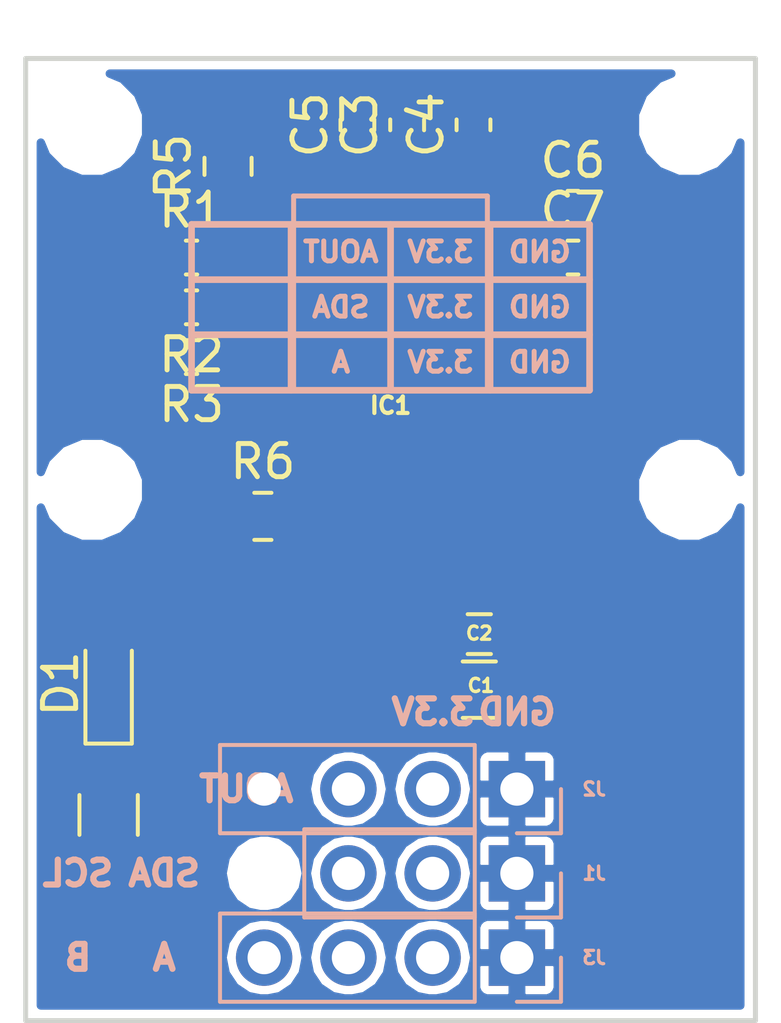
<source format=kicad_pcb>
(kicad_pcb (version 20171130) (host pcbnew 5.0.0-fee4fd1~66~ubuntu16.04.1)

  (general
    (thickness 1.6)
    (drawings 29)
    (tracks 86)
    (zones 0)
    (modules 22)
    (nets 32)
  )

  (page A4)
  (layers
    (0 F.Cu signal)
    (31 B.Cu signal)
    (32 B.Adhes user)
    (33 F.Adhes user)
    (34 B.Paste user)
    (35 F.Paste user)
    (36 B.SilkS user)
    (37 F.SilkS user)
    (38 B.Mask user)
    (39 F.Mask user)
    (40 Dwgs.User user)
    (41 Cmts.User user)
    (42 Eco1.User user)
    (43 Eco2.User user)
    (44 Edge.Cuts user)
    (45 Margin user)
    (46 B.CrtYd user hide)
    (47 F.CrtYd user hide)
    (48 B.Fab user hide)
    (49 F.Fab user hide)
  )

  (setup
    (last_trace_width 0.127)
    (trace_clearance 0.127)
    (zone_clearance 0.254)
    (zone_45_only no)
    (trace_min 0.127)
    (segment_width 0.2)
    (edge_width 0.15)
    (via_size 0.5)
    (via_drill 0.4)
    (via_min_size 0.381)
    (via_min_drill 0.2032)
    (uvia_size 0.3)
    (uvia_drill 0.1)
    (uvias_allowed no)
    (uvia_min_size 0.0254)
    (uvia_min_drill 0.0254)
    (pcb_text_width 0.3)
    (pcb_text_size 1.5 1.5)
    (mod_edge_width 0.15)
    (mod_text_size 1 1)
    (mod_text_width 0.15)
    (pad_size 1.524 1.524)
    (pad_drill 0.762)
    (pad_to_mask_clearance 0.127)
    (solder_mask_min_width 0.127)
    (aux_axis_origin 0 0)
    (visible_elements 7FFFFFFF)
    (pcbplotparams
      (layerselection 0x010fc_80000001)
      (usegerberextensions false)
      (usegerberattributes false)
      (usegerberadvancedattributes false)
      (creategerberjobfile false)
      (excludeedgelayer true)
      (linewidth 0.100000)
      (plotframeref false)
      (viasonmask false)
      (mode 1)
      (useauxorigin false)
      (hpglpennumber 1)
      (hpglpenspeed 20)
      (hpglpendiameter 15.000000)
      (psnegative false)
      (psa4output false)
      (plotreference true)
      (plotvalue true)
      (plotinvisibletext false)
      (padsonsilk false)
      (subtractmaskfromsilk false)
      (outputformat 1)
      (mirror false)
      (drillshape 0)
      (scaleselection 1)
      (outputdirectory "GERBER/"))
  )

  (net 0 "")
  (net 1 GND)
  (net 2 AOUT)
  (net 3 "Net-(IC1-Pad4)")
  (net 4 SDA)
  (net 5 SCL)
  (net 6 B)
  (net 7 A)
  (net 8 "Net-(D1-Pad2)")
  (net 9 "Net-(IC1-Pad31)")
  (net 10 "Net-(IC1-Pad22)")
  (net 11 "Net-(IC1-Pad21)")
  (net 12 "Net-(IC1-Pad20)")
  (net 13 "Net-(IC1-Pad19)")
  (net 14 "Net-(IC1-Pad18)")
  (net 15 "Net-(IC1-Pad14)")
  (net 16 "Net-(IC1-Pad13)")
  (net 17 "Net-(IC1-Pad12)")
  (net 18 "Net-(IC1-Pad11)")
  (net 19 "Net-(IC1-Pad10)")
  (net 20 "Net-(IC1-Pad9)")
  (net 21 "Net-(IC1-Pad6)")
  (net 22 "Net-(IC1-Pad5)")
  (net 23 "Net-(IC1-Pad2)")
  (net 24 "Net-(IC1-Pad1)")
  (net 25 "Net-(D1-Pad1)")
  (net 26 VCC)
  (net 27 "Net-(C5-Pad1)")
  (net 28 "Net-(C3-Pad1)")
  (net 29 "Net-(C4-Pad1)")
  (net 30 "Net-(C6-Pad1)")
  (net 31 "Net-(C7-Pad1)")

  (net_class Default "This is the default net class."
    (clearance 0.127)
    (trace_width 0.127)
    (via_dia 0.5)
    (via_drill 0.4)
    (uvia_dia 0.3)
    (uvia_drill 0.1)
    (add_net A)
    (add_net AOUT)
    (add_net B)
    (add_net GND)
    (add_net "Net-(C3-Pad1)")
    (add_net "Net-(C4-Pad1)")
    (add_net "Net-(C5-Pad1)")
    (add_net "Net-(C6-Pad1)")
    (add_net "Net-(C7-Pad1)")
    (add_net "Net-(D1-Pad1)")
    (add_net "Net-(D1-Pad2)")
    (add_net "Net-(IC1-Pad1)")
    (add_net "Net-(IC1-Pad10)")
    (add_net "Net-(IC1-Pad11)")
    (add_net "Net-(IC1-Pad12)")
    (add_net "Net-(IC1-Pad13)")
    (add_net "Net-(IC1-Pad14)")
    (add_net "Net-(IC1-Pad18)")
    (add_net "Net-(IC1-Pad19)")
    (add_net "Net-(IC1-Pad2)")
    (add_net "Net-(IC1-Pad20)")
    (add_net "Net-(IC1-Pad21)")
    (add_net "Net-(IC1-Pad22)")
    (add_net "Net-(IC1-Pad31)")
    (add_net "Net-(IC1-Pad4)")
    (add_net "Net-(IC1-Pad5)")
    (add_net "Net-(IC1-Pad6)")
    (add_net "Net-(IC1-Pad9)")
    (add_net SCL)
    (add_net SDA)
    (add_net VCC)
  )

  (module AM4096Q:AM4096Q (layer F.Cu) (tedit 5B61C7CC) (tstamp 5B214690)
    (at 11 7.06)
    (path /5B21400D)
    (fp_text reference IC1 (at 0 3.4) (layer F.SilkS)
      (effects (font (size 0.5 0.5) (thickness 0.125)))
    )
    (fp_text value AM4096Q (at -0.05 4.075) (layer F.Fab)
      (effects (font (size 0.5 0.5) (thickness 0.125)))
    )
    (fp_line (start -2.923004 -2.91577) (end -2.923004 2.92623) (layer B.SilkS) (width 0.15))
    (fp_line (start 2.918996 -2.91577) (end -2.923004 -2.91577) (layer B.SilkS) (width 0.15))
    (fp_line (start 2.918996 2.92623) (end 2.918996 -2.91577) (layer B.SilkS) (width 0.15))
    (fp_line (start -2.923004 2.92623) (end 2.918996 2.92623) (layer B.SilkS) (width 0.15))
    (pad 33 smd rect (at -0.002004 0.00523 270) (size 4.65 4.65) (layers F.Cu B.Paste B.Mask)
      (net 1 GND))
    (pad 32 smd rect (at -2.277004 -2.9 270) (size 0.8 0.25) (layers F.Cu B.Paste B.Mask)
      (net 8 "Net-(D1-Pad2)"))
    (pad 31 smd rect (at -1.627004 -2.9 270) (size 0.8 0.25) (layers F.Cu B.Paste B.Mask)
      (net 9 "Net-(IC1-Pad31)"))
    (pad 30 smd rect (at -0.977004 -2.9 270) (size 0.8 0.25) (layers F.Cu B.Paste B.Mask)
      (net 27 "Net-(C5-Pad1)"))
    (pad 29 smd rect (at -0.327004 -2.9 270) (size 0.8 0.25) (layers F.Cu B.Paste B.Mask)
      (net 1 GND))
    (pad 28 smd rect (at 0.322996 -2.9 270) (size 0.8 0.25) (layers F.Cu B.Paste B.Mask)
      (net 1 GND))
    (pad 27 smd rect (at 0.972996 -2.9 270) (size 0.8 0.25) (layers F.Cu B.Paste B.Mask)
      (net 28 "Net-(C3-Pad1)"))
    (pad 26 smd rect (at 1.622996 -2.9 270) (size 0.8 0.25) (layers F.Cu B.Paste B.Mask)
      (net 26 VCC))
    (pad 25 smd rect (at 2.272996 -2.9 270) (size 0.8 0.25) (layers F.Cu B.Paste B.Mask)
      (net 29 "Net-(C4-Pad1)"))
    (pad 24 smd rect (at 2.9 -2.26977 270) (size 0.25 0.8) (layers F.Cu B.Paste B.Mask)
      (net 30 "Net-(C6-Pad1)"))
    (pad 23 smd rect (at 2.9 -1.61977 270) (size 0.25 0.8) (layers F.Cu B.Paste B.Mask)
      (net 31 "Net-(C7-Pad1)"))
    (pad 22 smd rect (at 2.9 -0.96977 270) (size 0.25 0.8) (layers F.Cu B.Paste B.Mask)
      (net 10 "Net-(IC1-Pad22)"))
    (pad 21 smd rect (at 2.9 -0.31977 270) (size 0.25 0.8) (layers F.Cu B.Paste B.Mask)
      (net 11 "Net-(IC1-Pad21)"))
    (pad 20 smd rect (at 2.9 0.33023 270) (size 0.25 0.8) (layers F.Cu B.Paste B.Mask)
      (net 12 "Net-(IC1-Pad20)"))
    (pad 19 smd rect (at 2.9 0.98023 270) (size 0.25 0.8) (layers F.Cu B.Paste B.Mask)
      (net 13 "Net-(IC1-Pad19)"))
    (pad 18 smd rect (at 2.9 1.63023 270) (size 0.25 0.8) (layers F.Cu B.Paste B.Mask)
      (net 14 "Net-(IC1-Pad18)"))
    (pad 17 smd rect (at 2.9 2.28023 270) (size 0.25 0.8) (layers F.Cu B.Paste B.Mask)
      (net 1 GND))
    (pad 16 smd rect (at 2.272996 2.9 270) (size 0.8 0.25) (layers F.Cu B.Paste B.Mask)
      (net 7 A))
    (pad 15 smd rect (at 1.622996 2.9 270) (size 0.8 0.25) (layers F.Cu B.Paste B.Mask)
      (net 6 B))
    (pad 14 smd rect (at 0.972996 2.9 270) (size 0.8 0.25) (layers F.Cu B.Paste B.Mask)
      (net 15 "Net-(IC1-Pad14)"))
    (pad 13 smd rect (at 0.322996 2.9 270) (size 0.8 0.25) (layers F.Cu B.Paste B.Mask)
      (net 16 "Net-(IC1-Pad13)"))
    (pad 12 smd rect (at -0.327004 2.9 270) (size 0.8 0.25) (layers F.Cu B.Paste B.Mask)
      (net 17 "Net-(IC1-Pad12)"))
    (pad 11 smd rect (at -0.977004 2.9 270) (size 0.8 0.25) (layers F.Cu B.Paste B.Mask)
      (net 18 "Net-(IC1-Pad11)"))
    (pad 10 smd rect (at -1.627004 2.9 270) (size 0.8 0.25) (layers F.Cu B.Paste B.Mask)
      (net 19 "Net-(IC1-Pad10)"))
    (pad 9 smd rect (at -2.277004 2.9 270) (size 0.8 0.25) (layers F.Cu B.Paste B.Mask)
      (net 20 "Net-(IC1-Pad9)"))
    (pad 8 smd rect (at -2.9 2.28023 270) (size 0.25 0.8) (layers F.Cu B.Paste B.Mask)
      (net 5 SCL))
    (pad 7 smd rect (at -2.9 1.63023 270) (size 0.25 0.8) (layers F.Cu B.Paste B.Mask)
      (net 4 SDA))
    (pad 6 smd rect (at -2.9 0.98023 270) (size 0.25 0.8) (layers F.Cu B.Paste B.Mask)
      (net 21 "Net-(IC1-Pad6)"))
    (pad 5 smd rect (at -2.9 0.33023 270) (size 0.25 0.8) (layers F.Cu B.Paste B.Mask)
      (net 22 "Net-(IC1-Pad5)"))
    (pad 4 smd rect (at -2.9 -0.31977 270) (size 0.25 0.8) (layers F.Cu B.Paste B.Mask)
      (net 3 "Net-(IC1-Pad4)"))
    (pad 3 smd rect (at -2.9 -0.96977 270) (size 0.25 0.8) (layers F.Cu B.Paste B.Mask)
      (net 2 AOUT))
    (pad 2 smd rect (at -2.9 -1.61977 270) (size 0.25 0.8) (layers F.Cu B.Paste B.Mask)
      (net 23 "Net-(IC1-Pad2)"))
    (pad 1 smd rect (at -2.9 -2.26977 270) (size 0.25 0.8) (layers F.Cu B.Paste B.Mask)
      (net 24 "Net-(IC1-Pad1)"))
  )

  (module Capacitors_SMD:C_0805 (layer F.Cu) (tedit 5B215445) (tstamp 5B214665)
    (at 13.675 19.025)
    (descr "Capacitor SMD 0805, reflow soldering, AVX (see smccp.pdf)")
    (tags "capacitor 0805")
    (path /5B2143F8)
    (attr smd)
    (fp_text reference C1 (at 0.05 -0.125) (layer F.SilkS)
      (effects (font (size 0.4 0.4) (thickness 0.1)))
    )
    (fp_text value "10u 16v" (at 3.275 -0.075) (layer F.Fab)
      (effects (font (size 0.4 0.4) (thickness 0.1)))
    )
    (fp_text user %R (at 0.05 -0.125) (layer F.Fab)
      (effects (font (size 0.4 0.4) (thickness 0.1)))
    )
    (fp_line (start -1 0.62) (end -1 -0.62) (layer F.Fab) (width 0.1))
    (fp_line (start 1 0.62) (end -1 0.62) (layer F.Fab) (width 0.1))
    (fp_line (start 1 -0.62) (end 1 0.62) (layer F.Fab) (width 0.1))
    (fp_line (start -1 -0.62) (end 1 -0.62) (layer F.Fab) (width 0.1))
    (fp_line (start 0.5 -0.85) (end -0.5 -0.85) (layer F.SilkS) (width 0.12))
    (fp_line (start -0.5 0.85) (end 0.5 0.85) (layer F.SilkS) (width 0.12))
    (fp_line (start -1.75 -0.88) (end 1.75 -0.88) (layer F.CrtYd) (width 0.05))
    (fp_line (start -1.75 -0.88) (end -1.75 0.87) (layer F.CrtYd) (width 0.05))
    (fp_line (start 1.75 0.87) (end 1.75 -0.88) (layer F.CrtYd) (width 0.05))
    (fp_line (start 1.75 0.87) (end -1.75 0.87) (layer F.CrtYd) (width 0.05))
    (pad 1 smd rect (at -1 0) (size 1 1.25) (layers F.Cu F.Paste F.Mask)
      (net 26 VCC))
    (pad 2 smd rect (at 1 0) (size 1 1.25) (layers F.Cu F.Paste F.Mask)
      (net 1 GND))
    (model Capacitors_SMD.3dshapes/C_0805.wrl
      (at (xyz 0 0 0))
      (scale (xyz 1 1 1))
      (rotate (xyz 0 0 0))
    )
  )

  (module Capacitors_SMD:C_0603 (layer F.Cu) (tedit 5B215442) (tstamp 5B6221E0)
    (at 13.675 17.35)
    (descr "Capacitor SMD 0603, reflow soldering, AVX (see smccp.pdf)")
    (tags "capacitor 0603")
    (path /5B21443E)
    (attr smd)
    (fp_text reference C2 (at 0 -0.025) (layer F.SilkS)
      (effects (font (size 0.4 0.4) (thickness 0.1)))
    )
    (fp_text value 100nf (at 2.375 -0.025) (layer F.Fab)
      (effects (font (size 0.4 0.4) (thickness 0.1)))
    )
    (fp_line (start 1.4 0.65) (end -1.4 0.65) (layer F.CrtYd) (width 0.05))
    (fp_line (start 1.4 0.65) (end 1.4 -0.65) (layer F.CrtYd) (width 0.05))
    (fp_line (start -1.4 -0.65) (end -1.4 0.65) (layer F.CrtYd) (width 0.05))
    (fp_line (start -1.4 -0.65) (end 1.4 -0.65) (layer F.CrtYd) (width 0.05))
    (fp_line (start 0.35 0.6) (end -0.35 0.6) (layer F.SilkS) (width 0.12))
    (fp_line (start -0.35 -0.6) (end 0.35 -0.6) (layer F.SilkS) (width 0.12))
    (fp_line (start -0.8 -0.4) (end 0.8 -0.4) (layer F.Fab) (width 0.1))
    (fp_line (start 0.8 -0.4) (end 0.8 0.4) (layer F.Fab) (width 0.1))
    (fp_line (start 0.8 0.4) (end -0.8 0.4) (layer F.Fab) (width 0.1))
    (fp_line (start -0.8 0.4) (end -0.8 -0.4) (layer F.Fab) (width 0.1))
    (fp_text user %R (at 0 0) (layer F.Fab)
      (effects (font (size 0.3 0.3) (thickness 0.075)))
    )
    (pad 2 smd rect (at 0.75 0) (size 0.8 0.75) (layers F.Cu F.Paste F.Mask)
      (net 1 GND))
    (pad 1 smd rect (at -0.75 0) (size 0.8 0.75) (layers F.Cu F.Paste F.Mask)
      (net 26 VCC))
    (model Capacitors_SMD.3dshapes/C_0603.wrl
      (at (xyz 0 0 0))
      (scale (xyz 1 1 1))
      (rotate (xyz 0 0 0))
    )
  )

  (module Pin_Headers:Pin_Header_Straight_1x03_Pitch2.54mm (layer B.Cu) (tedit 5B215498) (tstamp 5BFAB6EC)
    (at 14.8082 24.5618 90)
    (descr "Through hole straight pin header, 1x03, 2.54mm pitch, single row")
    (tags "Through hole pin header THT 1x03 2.54mm single row")
    (path /5B214054)
    (fp_text reference J1 (at 0 2.33 180) (layer B.SilkS)
      (effects (font (size 0.4 0.4) (thickness 0.1)) (justify mirror))
    )
    (fp_text value Conn_01x03 (at 0 -7.41 90) (layer B.Fab)
      (effects (font (size 1 1) (thickness 0.15)) (justify mirror))
    )
    (fp_line (start -0.635 1.27) (end 1.27 1.27) (layer B.Fab) (width 0.1))
    (fp_line (start 1.27 1.27) (end 1.27 -6.35) (layer B.Fab) (width 0.1))
    (fp_line (start 1.27 -6.35) (end -1.27 -6.35) (layer B.Fab) (width 0.1))
    (fp_line (start -1.27 -6.35) (end -1.27 0.635) (layer B.Fab) (width 0.1))
    (fp_line (start -1.27 0.635) (end -0.635 1.27) (layer B.Fab) (width 0.1))
    (fp_line (start -1.33 -6.41) (end 1.33 -6.41) (layer B.SilkS) (width 0.12))
    (fp_line (start -1.33 -1.27) (end -1.33 -6.41) (layer B.SilkS) (width 0.12))
    (fp_line (start 1.33 -1.27) (end 1.33 -6.41) (layer B.SilkS) (width 0.12))
    (fp_line (start -1.33 -1.27) (end 1.33 -1.27) (layer B.SilkS) (width 0.12))
    (fp_line (start -1.33 0) (end -1.33 1.33) (layer B.SilkS) (width 0.12))
    (fp_line (start -1.33 1.33) (end 0 1.33) (layer B.SilkS) (width 0.12))
    (fp_line (start -1.8 1.8) (end -1.8 -6.85) (layer B.CrtYd) (width 0.05))
    (fp_line (start -1.8 -6.85) (end 1.8 -6.85) (layer B.CrtYd) (width 0.05))
    (fp_line (start 1.8 -6.85) (end 1.8 1.8) (layer B.CrtYd) (width 0.05))
    (fp_line (start 1.8 1.8) (end -1.8 1.8) (layer B.CrtYd) (width 0.05))
    (fp_text user %R (at 0 -2.54) (layer B.Fab)
      (effects (font (size 1 1) (thickness 0.15)) (justify mirror))
    )
    (pad 1 thru_hole rect (at 0 0 90) (size 1.7 1.7) (drill 1) (layers *.Cu *.Mask)
      (net 1 GND))
    (pad 2 thru_hole oval (at 0 -2.54 90) (size 1.7 1.7) (drill 1) (layers *.Cu *.Mask)
      (net 26 VCC))
    (pad 3 thru_hole oval (at 0 -5.08 90) (size 1.7 1.7) (drill 1) (layers *.Cu *.Mask)
      (net 2 AOUT))
    (model ${KISYS3DMOD}/Pin_Headers.3dshapes/Pin_Header_Straight_1x03_Pitch2.54mm.wrl
      (at (xyz 0 0 0))
      (scale (xyz 1 1 1))
      (rotate (xyz 0 0 0))
    )
  )

  (module Pin_Headers:Pin_Header_Straight_1x04_Pitch2.54mm (layer B.Cu) (tedit 5B2154A1) (tstamp 5BFAB679)
    (at 14.8082 22.0218 90)
    (descr "Through hole straight pin header, 1x04, 2.54mm pitch, single row")
    (tags "Through hole pin header THT 1x04 2.54mm single row")
    (path /5B21407F)
    (fp_text reference J2 (at 0 2.33 180) (layer B.SilkS)
      (effects (font (size 0.4 0.4) (thickness 0.1)) (justify mirror))
    )
    (fp_text value Conn_01x04 (at 0 -9.95 90) (layer B.Fab)
      (effects (font (size 1 1) (thickness 0.15)) (justify mirror))
    )
    (fp_line (start -0.635 1.27) (end 1.27 1.27) (layer B.Fab) (width 0.1))
    (fp_line (start 1.27 1.27) (end 1.27 -8.89) (layer B.Fab) (width 0.1))
    (fp_line (start 1.27 -8.89) (end -1.27 -8.89) (layer B.Fab) (width 0.1))
    (fp_line (start -1.27 -8.89) (end -1.27 0.635) (layer B.Fab) (width 0.1))
    (fp_line (start -1.27 0.635) (end -0.635 1.27) (layer B.Fab) (width 0.1))
    (fp_line (start -1.33 -8.95) (end 1.33 -8.95) (layer B.SilkS) (width 0.12))
    (fp_line (start -1.33 -1.27) (end -1.33 -8.95) (layer B.SilkS) (width 0.12))
    (fp_line (start 1.33 -1.27) (end 1.33 -8.95) (layer B.SilkS) (width 0.12))
    (fp_line (start -1.33 -1.27) (end 1.33 -1.27) (layer B.SilkS) (width 0.12))
    (fp_line (start -1.33 0) (end -1.33 1.33) (layer B.SilkS) (width 0.12))
    (fp_line (start -1.33 1.33) (end 0 1.33) (layer B.SilkS) (width 0.12))
    (fp_line (start -1.8 1.8) (end -1.8 -9.4) (layer B.CrtYd) (width 0.05))
    (fp_line (start -1.8 -9.4) (end 1.8 -9.4) (layer B.CrtYd) (width 0.05))
    (fp_line (start 1.8 -9.4) (end 1.8 1.8) (layer B.CrtYd) (width 0.05))
    (fp_line (start 1.8 1.8) (end -1.8 1.8) (layer B.CrtYd) (width 0.05))
    (fp_text user %R (at 0 -3.81) (layer B.Fab)
      (effects (font (size 1 1) (thickness 0.15)) (justify mirror))
    )
    (pad 1 thru_hole rect (at 0 0 90) (size 1.7 1.7) (drill 1) (layers *.Cu *.Mask)
      (net 1 GND))
    (pad 2 thru_hole oval (at 0 -2.54 90) (size 1.7 1.7) (drill 1) (layers *.Cu *.Mask)
      (net 26 VCC))
    (pad 3 thru_hole oval (at 0 -5.08 90) (size 1.7 1.7) (drill 1) (layers *.Cu *.Mask)
      (net 4 SDA))
    (pad 4 thru_hole oval (at 0 -7.62 90) (size 1.7 1.7) (drill 1) (layers *.Cu *.Mask)
      (net 5 SCL))
    (model ${KISYS3DMOD}/Pin_Headers.3dshapes/Pin_Header_Straight_1x04_Pitch2.54mm.wrl
      (at (xyz 0 0 0))
      (scale (xyz 1 1 1))
      (rotate (xyz 0 0 0))
    )
  )

  (module Pin_Headers:Pin_Header_Straight_1x04_Pitch2.54mm (layer B.Cu) (tedit 5B2154A7) (tstamp 5BFAB5EC)
    (at 14.8082 27.1018 90)
    (descr "Through hole straight pin header, 1x04, 2.54mm pitch, single row")
    (tags "Through hole pin header THT 1x04 2.54mm single row")
    (path /5B2140A8)
    (fp_text reference J3 (at 0 2.33 180) (layer B.SilkS)
      (effects (font (size 0.4 0.4) (thickness 0.1)) (justify mirror))
    )
    (fp_text value Conn_01x04 (at 0 -9.95 90) (layer B.Fab)
      (effects (font (size 1 1) (thickness 0.15)) (justify mirror))
    )
    (fp_line (start -0.635 1.27) (end 1.27 1.27) (layer B.Fab) (width 0.1))
    (fp_line (start 1.27 1.27) (end 1.27 -8.89) (layer B.Fab) (width 0.1))
    (fp_line (start 1.27 -8.89) (end -1.27 -8.89) (layer B.Fab) (width 0.1))
    (fp_line (start -1.27 -8.89) (end -1.27 0.635) (layer B.Fab) (width 0.1))
    (fp_line (start -1.27 0.635) (end -0.635 1.27) (layer B.Fab) (width 0.1))
    (fp_line (start -1.33 -8.95) (end 1.33 -8.95) (layer B.SilkS) (width 0.12))
    (fp_line (start -1.33 -1.27) (end -1.33 -8.95) (layer B.SilkS) (width 0.12))
    (fp_line (start 1.33 -1.27) (end 1.33 -8.95) (layer B.SilkS) (width 0.12))
    (fp_line (start -1.33 -1.27) (end 1.33 -1.27) (layer B.SilkS) (width 0.12))
    (fp_line (start -1.33 0) (end -1.33 1.33) (layer B.SilkS) (width 0.12))
    (fp_line (start -1.33 1.33) (end 0 1.33) (layer B.SilkS) (width 0.12))
    (fp_line (start -1.8 1.8) (end -1.8 -9.4) (layer B.CrtYd) (width 0.05))
    (fp_line (start -1.8 -9.4) (end 1.8 -9.4) (layer B.CrtYd) (width 0.05))
    (fp_line (start 1.8 -9.4) (end 1.8 1.8) (layer B.CrtYd) (width 0.05))
    (fp_line (start 1.8 1.8) (end -1.8 1.8) (layer B.CrtYd) (width 0.05))
    (fp_text user %R (at 0 -3.81) (layer B.Fab)
      (effects (font (size 1 1) (thickness 0.15)) (justify mirror))
    )
    (pad 1 thru_hole rect (at 0 0 90) (size 1.7 1.7) (drill 1) (layers *.Cu *.Mask)
      (net 1 GND))
    (pad 2 thru_hole oval (at 0 -2.54 90) (size 1.7 1.7) (drill 1) (layers *.Cu *.Mask)
      (net 26 VCC))
    (pad 3 thru_hole oval (at 0 -5.08 90) (size 1.7 1.7) (drill 1) (layers *.Cu *.Mask)
      (net 7 A))
    (pad 4 thru_hole oval (at 0 -7.62 90) (size 1.7 1.7) (drill 1) (layers *.Cu *.Mask)
      (net 6 B))
    (model ${KISYS3DMOD}/Pin_Headers.3dshapes/Pin_Header_Straight_1x04_Pitch2.54mm.wrl
      (at (xyz 0 0 0))
      (scale (xyz 1 1 1))
      (rotate (xyz 0 0 0))
    )
  )

  (module Mounting_Holes:MountingHole_2.5mm (layer F.Cu) (tedit 5B215350) (tstamp 5B214D77)
    (at 2 2)
    (descr "Mounting Hole 2.5mm, no annular")
    (tags "mounting hole 2.5mm no annular")
    (attr virtual)
    (fp_text reference "" (at 0 -3.5) (layer F.SilkS)
      (effects (font (size 1 1) (thickness 0.15)))
    )
    (fp_text value "" (at 0 3.5) (layer F.Fab)
      (effects (font (size 1 1) (thickness 0.15)))
    )
    (fp_text user %R (at 0.3 0) (layer F.Fab)
      (effects (font (size 1 1) (thickness 0.15)))
    )
    (fp_circle (center 0 0) (end 2.5 0) (layer Cmts.User) (width 0.15))
    (fp_circle (center 0 0) (end 2.75 0) (layer F.CrtYd) (width 0.05))
    (pad 1 np_thru_hole circle (at 0 0) (size 2.5 2.5) (drill 2.5) (layers *.Cu *.Mask))
  )

  (module Mounting_Holes:MountingHole_2.5mm (layer F.Cu) (tedit 5B215359) (tstamp 5B214D7E)
    (at 20 2)
    (descr "Mounting Hole 2.5mm, no annular")
    (tags "mounting hole 2.5mm no annular")
    (attr virtual)
    (fp_text reference "" (at 0 -3.5) (layer F.SilkS)
      (effects (font (size 1 1) (thickness 0.15)))
    )
    (fp_text value "" (at 0 3.5) (layer F.Fab)
      (effects (font (size 1 1) (thickness 0.15)))
    )
    (fp_text user %R (at 0.3 0) (layer F.Fab)
      (effects (font (size 1 1) (thickness 0.15)))
    )
    (fp_circle (center 0 0) (end 2.5 0) (layer Cmts.User) (width 0.15))
    (fp_circle (center 0 0) (end 2.75 0) (layer F.CrtYd) (width 0.05))
    (pad 1 np_thru_hole circle (at 0 0) (size 2.5 2.5) (drill 2.5) (layers *.Cu *.Mask))
  )

  (module Mounting_Holes:MountingHole_2.5mm (layer F.Cu) (tedit 5B21533B) (tstamp 5B214D82)
    (at 2 13)
    (descr "Mounting Hole 2.5mm, no annular")
    (tags "mounting hole 2.5mm no annular")
    (attr virtual)
    (fp_text reference "" (at 0 -3.5) (layer F.SilkS)
      (effects (font (size 1 1) (thickness 0.15)))
    )
    (fp_text value "" (at 0 3.5) (layer F.Fab)
      (effects (font (size 1 1) (thickness 0.15)))
    )
    (fp_text user %R (at 0.3 0) (layer F.Fab)
      (effects (font (size 1 1) (thickness 0.15)))
    )
    (fp_circle (center 0 0) (end 2.5 0) (layer Cmts.User) (width 0.15))
    (fp_circle (center 0 0) (end 2.75 0) (layer F.CrtYd) (width 0.05))
    (pad 1 np_thru_hole circle (at 0 0) (size 2.5 2.5) (drill 2.5) (layers *.Cu *.Mask))
  )

  (module Mounting_Holes:MountingHole_2.5mm (layer F.Cu) (tedit 5B215341) (tstamp 5B214D84)
    (at 20 13)
    (descr "Mounting Hole 2.5mm, no annular")
    (tags "mounting hole 2.5mm no annular")
    (attr virtual)
    (fp_text reference "" (at 0 -3.5) (layer F.SilkS)
      (effects (font (size 1 1) (thickness 0.15)))
    )
    (fp_text value "" (at 0 3.5) (layer F.Fab)
      (effects (font (size 1 1) (thickness 0.15)))
    )
    (fp_text user %R (at 0.3 0) (layer F.Fab)
      (effects (font (size 1 1) (thickness 0.15)))
    )
    (fp_circle (center 0 0) (end 2.5 0) (layer Cmts.User) (width 0.15))
    (fp_circle (center 0 0) (end 2.75 0) (layer F.CrtYd) (width 0.05))
    (pad 1 np_thru_hole circle (at 0 0) (size 2.5 2.5) (drill 2.5) (layers *.Cu *.Mask))
  )

  (module Resistors_SMD:R_0805 (layer F.Cu) (tedit 5B61D285) (tstamp 5B6223F1)
    (at 2.5 22.8 90)
    (descr "Resistor SMD 0805, reflow soldering, Vishay (see dcrcw.pdf)")
    (tags "resistor 0805")
    (path /5B61D37B)
    (attr smd)
    (fp_text reference R4 (at 0 -1.65 90) (layer F.SilkS) hide
      (effects (font (size 1 1) (thickness 0.15)))
    )
    (fp_text value 330 (at 0 1.75 90) (layer F.Fab)
      (effects (font (size 1 1) (thickness 0.15)))
    )
    (fp_line (start 1.55 0.9) (end -1.55 0.9) (layer F.CrtYd) (width 0.05))
    (fp_line (start 1.55 0.9) (end 1.55 -0.9) (layer F.CrtYd) (width 0.05))
    (fp_line (start -1.55 -0.9) (end -1.55 0.9) (layer F.CrtYd) (width 0.05))
    (fp_line (start -1.55 -0.9) (end 1.55 -0.9) (layer F.CrtYd) (width 0.05))
    (fp_line (start -0.6 -0.88) (end 0.6 -0.88) (layer F.SilkS) (width 0.12))
    (fp_line (start 0.6 0.88) (end -0.6 0.88) (layer F.SilkS) (width 0.12))
    (fp_line (start -1 -0.62) (end 1 -0.62) (layer F.Fab) (width 0.1))
    (fp_line (start 1 -0.62) (end 1 0.62) (layer F.Fab) (width 0.1))
    (fp_line (start 1 0.62) (end -1 0.62) (layer F.Fab) (width 0.1))
    (fp_line (start -1 0.62) (end -1 -0.62) (layer F.Fab) (width 0.1))
    (fp_text user %R (at 0 0 90) (layer F.Fab)
      (effects (font (size 0.5 0.5) (thickness 0.075)))
    )
    (pad 2 smd rect (at 0.95 0 90) (size 0.7 1.3) (layers F.Cu F.Paste F.Mask)
      (net 25 "Net-(D1-Pad1)"))
    (pad 1 smd rect (at -0.95 0 90) (size 0.7 1.3) (layers F.Cu F.Paste F.Mask)
      (net 1 GND))
    (model ${KISYS3DMOD}/Resistors_SMD.3dshapes/R_0805.wrl
      (at (xyz 0 0 0))
      (scale (xyz 1 1 1))
      (rotate (xyz 0 0 0))
    )
  )

  (module LEDs:LED_0805 (layer F.Cu) (tedit 59959803) (tstamp 5B622450)
    (at 2.5 18.85 90)
    (descr "LED 0805 smd package")
    (tags "LED led 0805 SMD smd SMT smt smdled SMDLED smtled SMTLED")
    (path /5B61D225)
    (attr smd)
    (fp_text reference D1 (at 0 -1.45 90) (layer F.SilkS)
      (effects (font (size 1 1) (thickness 0.15)))
    )
    (fp_text value LED (at 0 1.55 90) (layer F.Fab)
      (effects (font (size 1 1) (thickness 0.15)))
    )
    (fp_text user %R (at 0 -1.25 90) (layer F.Fab)
      (effects (font (size 0.4 0.4) (thickness 0.1)))
    )
    (fp_line (start -1.95 -0.85) (end 1.95 -0.85) (layer F.CrtYd) (width 0.05))
    (fp_line (start -1.95 0.85) (end -1.95 -0.85) (layer F.CrtYd) (width 0.05))
    (fp_line (start 1.95 0.85) (end -1.95 0.85) (layer F.CrtYd) (width 0.05))
    (fp_line (start 1.95 -0.85) (end 1.95 0.85) (layer F.CrtYd) (width 0.05))
    (fp_line (start -1.8 -0.7) (end 1 -0.7) (layer F.SilkS) (width 0.12))
    (fp_line (start -1.8 0.7) (end 1 0.7) (layer F.SilkS) (width 0.12))
    (fp_line (start -1 0.6) (end -1 -0.6) (layer F.Fab) (width 0.1))
    (fp_line (start -1 -0.6) (end 1 -0.6) (layer F.Fab) (width 0.1))
    (fp_line (start 1 -0.6) (end 1 0.6) (layer F.Fab) (width 0.1))
    (fp_line (start 1 0.6) (end -1 0.6) (layer F.Fab) (width 0.1))
    (fp_line (start 0.2 -0.4) (end 0.2 0.4) (layer F.Fab) (width 0.1))
    (fp_line (start 0.2 0.4) (end -0.4 0) (layer F.Fab) (width 0.1))
    (fp_line (start -0.4 0) (end 0.2 -0.4) (layer F.Fab) (width 0.1))
    (fp_line (start -0.4 -0.4) (end -0.4 0.4) (layer F.Fab) (width 0.1))
    (fp_line (start -1.8 -0.7) (end -1.8 0.7) (layer F.SilkS) (width 0.12))
    (pad 1 smd rect (at -1.1 0 270) (size 1.2 1.2) (layers F.Cu F.Paste F.Mask)
      (net 25 "Net-(D1-Pad1)"))
    (pad 2 smd rect (at 1.1 0 270) (size 1.2 1.2) (layers F.Cu F.Paste F.Mask)
      (net 8 "Net-(D1-Pad2)"))
    (model ${KISYS3DMOD}/LEDs.3dshapes/LED_0805.wrl
      (at (xyz 0 0 0))
      (scale (xyz 1 1 1))
      (rotate (xyz 0 0 180))
    )
  )

  (module Capacitor_SMD:C_0603_1608Metric (layer F.Cu) (tedit 5B301BBE) (tstamp 5BFAA6FD)
    (at 11.5 2 90)
    (descr "Capacitor SMD 0603 (1608 Metric), square (rectangular) end terminal, IPC_7351 nominal, (Body size source: http://www.tortai-tech.com/upload/download/2011102023233369053.pdf), generated with kicad-footprint-generator")
    (tags capacitor)
    (path /5BC37C7C)
    (attr smd)
    (fp_text reference C3 (at 0 -1.43 90) (layer F.SilkS)
      (effects (font (size 1 1) (thickness 0.15)))
    )
    (fp_text value 2.2u (at 0 1.43 90) (layer F.Fab)
      (effects (font (size 1 1) (thickness 0.15)))
    )
    (fp_line (start -0.8 0.4) (end -0.8 -0.4) (layer F.Fab) (width 0.1))
    (fp_line (start -0.8 -0.4) (end 0.8 -0.4) (layer F.Fab) (width 0.1))
    (fp_line (start 0.8 -0.4) (end 0.8 0.4) (layer F.Fab) (width 0.1))
    (fp_line (start 0.8 0.4) (end -0.8 0.4) (layer F.Fab) (width 0.1))
    (fp_line (start -0.162779 -0.51) (end 0.162779 -0.51) (layer F.SilkS) (width 0.12))
    (fp_line (start -0.162779 0.51) (end 0.162779 0.51) (layer F.SilkS) (width 0.12))
    (fp_line (start -1.48 0.73) (end -1.48 -0.73) (layer F.CrtYd) (width 0.05))
    (fp_line (start -1.48 -0.73) (end 1.48 -0.73) (layer F.CrtYd) (width 0.05))
    (fp_line (start 1.48 -0.73) (end 1.48 0.73) (layer F.CrtYd) (width 0.05))
    (fp_line (start 1.48 0.73) (end -1.48 0.73) (layer F.CrtYd) (width 0.05))
    (fp_text user %R (at 0 0 90) (layer F.Fab)
      (effects (font (size 0.4 0.4) (thickness 0.06)))
    )
    (pad 1 smd roundrect (at -0.7875 0 90) (size 0.875 0.95) (layers F.Cu F.Paste F.Mask) (roundrect_rratio 0.25)
      (net 28 "Net-(C3-Pad1)"))
    (pad 2 smd roundrect (at 0.7875 0 90) (size 0.875 0.95) (layers F.Cu F.Paste F.Mask) (roundrect_rratio 0.25)
      (net 1 GND))
    (model ${KISYS3DMOD}/Capacitor_SMD.3dshapes/C_0603_1608Metric.wrl
      (at (xyz 0 0 0))
      (scale (xyz 1 1 1))
      (rotate (xyz 0 0 0))
    )
  )

  (module Capacitor_SMD:C_0603_1608Metric (layer F.Cu) (tedit 5B301BBE) (tstamp 5BFAA4BD)
    (at 13.5 2 90)
    (descr "Capacitor SMD 0603 (1608 Metric), square (rectangular) end terminal, IPC_7351 nominal, (Body size source: http://www.tortai-tech.com/upload/download/2011102023233369053.pdf), generated with kicad-footprint-generator")
    (tags capacitor)
    (path /5BC37CC0)
    (attr smd)
    (fp_text reference C4 (at 0 -1.43 90) (layer F.SilkS)
      (effects (font (size 1 1) (thickness 0.15)))
    )
    (fp_text value 2.2u (at 0 1.43 90) (layer F.Fab)
      (effects (font (size 1 1) (thickness 0.15)))
    )
    (fp_text user %R (at 0 0 90) (layer F.Fab)
      (effects (font (size 0.4 0.4) (thickness 0.06)))
    )
    (fp_line (start 1.48 0.73) (end -1.48 0.73) (layer F.CrtYd) (width 0.05))
    (fp_line (start 1.48 -0.73) (end 1.48 0.73) (layer F.CrtYd) (width 0.05))
    (fp_line (start -1.48 -0.73) (end 1.48 -0.73) (layer F.CrtYd) (width 0.05))
    (fp_line (start -1.48 0.73) (end -1.48 -0.73) (layer F.CrtYd) (width 0.05))
    (fp_line (start -0.162779 0.51) (end 0.162779 0.51) (layer F.SilkS) (width 0.12))
    (fp_line (start -0.162779 -0.51) (end 0.162779 -0.51) (layer F.SilkS) (width 0.12))
    (fp_line (start 0.8 0.4) (end -0.8 0.4) (layer F.Fab) (width 0.1))
    (fp_line (start 0.8 -0.4) (end 0.8 0.4) (layer F.Fab) (width 0.1))
    (fp_line (start -0.8 -0.4) (end 0.8 -0.4) (layer F.Fab) (width 0.1))
    (fp_line (start -0.8 0.4) (end -0.8 -0.4) (layer F.Fab) (width 0.1))
    (pad 2 smd roundrect (at 0.7875 0 90) (size 0.875 0.95) (layers F.Cu F.Paste F.Mask) (roundrect_rratio 0.25)
      (net 1 GND))
    (pad 1 smd roundrect (at -0.7875 0 90) (size 0.875 0.95) (layers F.Cu F.Paste F.Mask) (roundrect_rratio 0.25)
      (net 29 "Net-(C4-Pad1)"))
    (model ${KISYS3DMOD}/Capacitor_SMD.3dshapes/C_0603_1608Metric.wrl
      (at (xyz 0 0 0))
      (scale (xyz 1 1 1))
      (rotate (xyz 0 0 0))
    )
  )

  (module Capacitor_SMD:C_0603_1608Metric (layer F.Cu) (tedit 5B301BBE) (tstamp 5BFAA4CE)
    (at 10 2 90)
    (descr "Capacitor SMD 0603 (1608 Metric), square (rectangular) end terminal, IPC_7351 nominal, (Body size source: http://www.tortai-tech.com/upload/download/2011102023233369053.pdf), generated with kicad-footprint-generator")
    (tags capacitor)
    (path /5BC622EE)
    (attr smd)
    (fp_text reference C5 (at 0 -1.43 90) (layer F.SilkS)
      (effects (font (size 1 1) (thickness 0.15)))
    )
    (fp_text value 100n (at 0 1.43 90) (layer F.Fab)
      (effects (font (size 1 1) (thickness 0.15)))
    )
    (fp_line (start -0.8 0.4) (end -0.8 -0.4) (layer F.Fab) (width 0.1))
    (fp_line (start -0.8 -0.4) (end 0.8 -0.4) (layer F.Fab) (width 0.1))
    (fp_line (start 0.8 -0.4) (end 0.8 0.4) (layer F.Fab) (width 0.1))
    (fp_line (start 0.8 0.4) (end -0.8 0.4) (layer F.Fab) (width 0.1))
    (fp_line (start -0.162779 -0.51) (end 0.162779 -0.51) (layer F.SilkS) (width 0.12))
    (fp_line (start -0.162779 0.51) (end 0.162779 0.51) (layer F.SilkS) (width 0.12))
    (fp_line (start -1.48 0.73) (end -1.48 -0.73) (layer F.CrtYd) (width 0.05))
    (fp_line (start -1.48 -0.73) (end 1.48 -0.73) (layer F.CrtYd) (width 0.05))
    (fp_line (start 1.48 -0.73) (end 1.48 0.73) (layer F.CrtYd) (width 0.05))
    (fp_line (start 1.48 0.73) (end -1.48 0.73) (layer F.CrtYd) (width 0.05))
    (fp_text user %R (at 0 0 90) (layer F.Fab)
      (effects (font (size 0.4 0.4) (thickness 0.06)))
    )
    (pad 1 smd roundrect (at -0.7875 0 90) (size 0.875 0.95) (layers F.Cu F.Paste F.Mask) (roundrect_rratio 0.25)
      (net 27 "Net-(C5-Pad1)"))
    (pad 2 smd roundrect (at 0.7875 0 90) (size 0.875 0.95) (layers F.Cu F.Paste F.Mask) (roundrect_rratio 0.25)
      (net 1 GND))
    (model ${KISYS3DMOD}/Capacitor_SMD.3dshapes/C_0603_1608Metric.wrl
      (at (xyz 0 0 0))
      (scale (xyz 1 1 1))
      (rotate (xyz 0 0 0))
    )
  )

  (module Capacitor_SMD:C_0603_1608Metric (layer F.Cu) (tedit 5B301BBE) (tstamp 5BFAA4DF)
    (at 16.5 4.5)
    (descr "Capacitor SMD 0603 (1608 Metric), square (rectangular) end terminal, IPC_7351 nominal, (Body size source: http://www.tortai-tech.com/upload/download/2011102023233369053.pdf), generated with kicad-footprint-generator")
    (tags capacitor)
    (path /5BC6A7C0)
    (attr smd)
    (fp_text reference C6 (at 0 -1.43) (layer F.SilkS)
      (effects (font (size 1 1) (thickness 0.15)))
    )
    (fp_text value 100n (at 0 1.43) (layer F.Fab)
      (effects (font (size 1 1) (thickness 0.15)))
    )
    (fp_text user %R (at 0 0) (layer F.Fab)
      (effects (font (size 0.4 0.4) (thickness 0.06)))
    )
    (fp_line (start 1.48 0.73) (end -1.48 0.73) (layer F.CrtYd) (width 0.05))
    (fp_line (start 1.48 -0.73) (end 1.48 0.73) (layer F.CrtYd) (width 0.05))
    (fp_line (start -1.48 -0.73) (end 1.48 -0.73) (layer F.CrtYd) (width 0.05))
    (fp_line (start -1.48 0.73) (end -1.48 -0.73) (layer F.CrtYd) (width 0.05))
    (fp_line (start -0.162779 0.51) (end 0.162779 0.51) (layer F.SilkS) (width 0.12))
    (fp_line (start -0.162779 -0.51) (end 0.162779 -0.51) (layer F.SilkS) (width 0.12))
    (fp_line (start 0.8 0.4) (end -0.8 0.4) (layer F.Fab) (width 0.1))
    (fp_line (start 0.8 -0.4) (end 0.8 0.4) (layer F.Fab) (width 0.1))
    (fp_line (start -0.8 -0.4) (end 0.8 -0.4) (layer F.Fab) (width 0.1))
    (fp_line (start -0.8 0.4) (end -0.8 -0.4) (layer F.Fab) (width 0.1))
    (pad 2 smd roundrect (at 0.7875 0) (size 0.875 0.95) (layers F.Cu F.Paste F.Mask) (roundrect_rratio 0.25)
      (net 1 GND))
    (pad 1 smd roundrect (at -0.7875 0) (size 0.875 0.95) (layers F.Cu F.Paste F.Mask) (roundrect_rratio 0.25)
      (net 30 "Net-(C6-Pad1)"))
    (model ${KISYS3DMOD}/Capacitor_SMD.3dshapes/C_0603_1608Metric.wrl
      (at (xyz 0 0 0))
      (scale (xyz 1 1 1))
      (rotate (xyz 0 0 0))
    )
  )

  (module Capacitor_SMD:C_0603_1608Metric (layer F.Cu) (tedit 5B301BBE) (tstamp 5BFAA4F0)
    (at 16.5 6)
    (descr "Capacitor SMD 0603 (1608 Metric), square (rectangular) end terminal, IPC_7351 nominal, (Body size source: http://www.tortai-tech.com/upload/download/2011102023233369053.pdf), generated with kicad-footprint-generator")
    (tags capacitor)
    (path /5BC6B673)
    (attr smd)
    (fp_text reference C7 (at 0 -1.43) (layer F.SilkS)
      (effects (font (size 1 1) (thickness 0.15)))
    )
    (fp_text value 100n (at 0 1.43) (layer F.Fab)
      (effects (font (size 1 1) (thickness 0.15)))
    )
    (fp_line (start -0.8 0.4) (end -0.8 -0.4) (layer F.Fab) (width 0.1))
    (fp_line (start -0.8 -0.4) (end 0.8 -0.4) (layer F.Fab) (width 0.1))
    (fp_line (start 0.8 -0.4) (end 0.8 0.4) (layer F.Fab) (width 0.1))
    (fp_line (start 0.8 0.4) (end -0.8 0.4) (layer F.Fab) (width 0.1))
    (fp_line (start -0.162779 -0.51) (end 0.162779 -0.51) (layer F.SilkS) (width 0.12))
    (fp_line (start -0.162779 0.51) (end 0.162779 0.51) (layer F.SilkS) (width 0.12))
    (fp_line (start -1.48 0.73) (end -1.48 -0.73) (layer F.CrtYd) (width 0.05))
    (fp_line (start -1.48 -0.73) (end 1.48 -0.73) (layer F.CrtYd) (width 0.05))
    (fp_line (start 1.48 -0.73) (end 1.48 0.73) (layer F.CrtYd) (width 0.05))
    (fp_line (start 1.48 0.73) (end -1.48 0.73) (layer F.CrtYd) (width 0.05))
    (fp_text user %R (at 0 0) (layer F.Fab)
      (effects (font (size 0.4 0.4) (thickness 0.06)))
    )
    (pad 1 smd roundrect (at -0.7875 0) (size 0.875 0.95) (layers F.Cu F.Paste F.Mask) (roundrect_rratio 0.25)
      (net 31 "Net-(C7-Pad1)"))
    (pad 2 smd roundrect (at 0.7875 0) (size 0.875 0.95) (layers F.Cu F.Paste F.Mask) (roundrect_rratio 0.25)
      (net 1 GND))
    (model ${KISYS3DMOD}/Capacitor_SMD.3dshapes/C_0603_1608Metric.wrl
      (at (xyz 0 0 0))
      (scale (xyz 1 1 1))
      (rotate (xyz 0 0 0))
    )
  )

  (module Resistor_SMD:R_0603_1608Metric_Pad1.05x0.95mm_HandSolder (layer F.Cu) (tedit 5B301BBD) (tstamp 5BFAAB5F)
    (at 5 6)
    (descr "Resistor SMD 0603 (1608 Metric), square (rectangular) end terminal, IPC_7351 nominal with elongated pad for handsoldering. (Body size source: http://www.tortai-tech.com/upload/download/2011102023233369053.pdf), generated with kicad-footprint-generator")
    (tags "resistor handsolder")
    (path /5BC5BA3B)
    (attr smd)
    (fp_text reference R1 (at 0 -1.43) (layer F.SilkS)
      (effects (font (size 1 1) (thickness 0.15)))
    )
    (fp_text value 51K (at 0 1.43) (layer F.Fab)
      (effects (font (size 1 1) (thickness 0.15)))
    )
    (fp_line (start -0.8 0.4) (end -0.8 -0.4) (layer F.Fab) (width 0.1))
    (fp_line (start -0.8 -0.4) (end 0.8 -0.4) (layer F.Fab) (width 0.1))
    (fp_line (start 0.8 -0.4) (end 0.8 0.4) (layer F.Fab) (width 0.1))
    (fp_line (start 0.8 0.4) (end -0.8 0.4) (layer F.Fab) (width 0.1))
    (fp_line (start -0.171267 -0.51) (end 0.171267 -0.51) (layer F.SilkS) (width 0.12))
    (fp_line (start -0.171267 0.51) (end 0.171267 0.51) (layer F.SilkS) (width 0.12))
    (fp_line (start -1.65 0.73) (end -1.65 -0.73) (layer F.CrtYd) (width 0.05))
    (fp_line (start -1.65 -0.73) (end 1.65 -0.73) (layer F.CrtYd) (width 0.05))
    (fp_line (start 1.65 -0.73) (end 1.65 0.73) (layer F.CrtYd) (width 0.05))
    (fp_line (start 1.65 0.73) (end -1.65 0.73) (layer F.CrtYd) (width 0.05))
    (fp_text user %R (at 0 0) (layer F.Fab)
      (effects (font (size 0.4 0.4) (thickness 0.06)))
    )
    (pad 1 smd roundrect (at -0.875 0) (size 1.05 0.95) (layers F.Cu F.Paste F.Mask) (roundrect_rratio 0.25)
      (net 1 GND))
    (pad 2 smd roundrect (at 0.875 0) (size 1.05 0.95) (layers F.Cu F.Paste F.Mask) (roundrect_rratio 0.25)
      (net 3 "Net-(IC1-Pad4)"))
    (model ${KISYS3DMOD}/Resistor_SMD.3dshapes/R_0603_1608Metric.wrl
      (at (xyz 0 0 0))
      (scale (xyz 1 1 1))
      (rotate (xyz 0 0 0))
    )
  )

  (module Resistor_SMD:R_0603_1608Metric_Pad1.05x0.95mm_HandSolder (layer F.Cu) (tedit 5B301BBD) (tstamp 5BFAAB70)
    (at 5 7.5 180)
    (descr "Resistor SMD 0603 (1608 Metric), square (rectangular) end terminal, IPC_7351 nominal with elongated pad for handsoldering. (Body size source: http://www.tortai-tech.com/upload/download/2011102023233369053.pdf), generated with kicad-footprint-generator")
    (tags "resistor handsolder")
    (path /5B21427C)
    (attr smd)
    (fp_text reference R2 (at 0 -1.43 180) (layer F.SilkS)
      (effects (font (size 1 1) (thickness 0.15)))
    )
    (fp_text value 51K (at 0 1.43 180) (layer F.Fab)
      (effects (font (size 1 1) (thickness 0.15)))
    )
    (fp_line (start -0.8 0.4) (end -0.8 -0.4) (layer F.Fab) (width 0.1))
    (fp_line (start -0.8 -0.4) (end 0.8 -0.4) (layer F.Fab) (width 0.1))
    (fp_line (start 0.8 -0.4) (end 0.8 0.4) (layer F.Fab) (width 0.1))
    (fp_line (start 0.8 0.4) (end -0.8 0.4) (layer F.Fab) (width 0.1))
    (fp_line (start -0.171267 -0.51) (end 0.171267 -0.51) (layer F.SilkS) (width 0.12))
    (fp_line (start -0.171267 0.51) (end 0.171267 0.51) (layer F.SilkS) (width 0.12))
    (fp_line (start -1.65 0.73) (end -1.65 -0.73) (layer F.CrtYd) (width 0.05))
    (fp_line (start -1.65 -0.73) (end 1.65 -0.73) (layer F.CrtYd) (width 0.05))
    (fp_line (start 1.65 -0.73) (end 1.65 0.73) (layer F.CrtYd) (width 0.05))
    (fp_line (start 1.65 0.73) (end -1.65 0.73) (layer F.CrtYd) (width 0.05))
    (fp_text user %R (at 0 0 180) (layer F.Fab)
      (effects (font (size 0.4 0.4) (thickness 0.06)))
    )
    (pad 1 smd roundrect (at -0.875 0 180) (size 1.05 0.95) (layers F.Cu F.Paste F.Mask) (roundrect_rratio 0.25)
      (net 4 SDA))
    (pad 2 smd roundrect (at 0.875 0 180) (size 1.05 0.95) (layers F.Cu F.Paste F.Mask) (roundrect_rratio 0.25)
      (net 26 VCC))
    (model ${KISYS3DMOD}/Resistor_SMD.3dshapes/R_0603_1608Metric.wrl
      (at (xyz 0 0 0))
      (scale (xyz 1 1 1))
      (rotate (xyz 0 0 0))
    )
  )

  (module Resistor_SMD:R_0603_1608Metric_Pad1.05x0.95mm_HandSolder (layer F.Cu) (tedit 5B301BBD) (tstamp 5BFAAB81)
    (at 5 9 180)
    (descr "Resistor SMD 0603 (1608 Metric), square (rectangular) end terminal, IPC_7351 nominal with elongated pad for handsoldering. (Body size source: http://www.tortai-tech.com/upload/download/2011102023233369053.pdf), generated with kicad-footprint-generator")
    (tags "resistor handsolder")
    (path /5B21429B)
    (attr smd)
    (fp_text reference R3 (at 0 -1.43 180) (layer F.SilkS)
      (effects (font (size 1 1) (thickness 0.15)))
    )
    (fp_text value 51K (at 0 1.43 180) (layer F.Fab)
      (effects (font (size 1 1) (thickness 0.15)))
    )
    (fp_text user %R (at 0 0 180) (layer F.Fab)
      (effects (font (size 0.4 0.4) (thickness 0.06)))
    )
    (fp_line (start 1.65 0.73) (end -1.65 0.73) (layer F.CrtYd) (width 0.05))
    (fp_line (start 1.65 -0.73) (end 1.65 0.73) (layer F.CrtYd) (width 0.05))
    (fp_line (start -1.65 -0.73) (end 1.65 -0.73) (layer F.CrtYd) (width 0.05))
    (fp_line (start -1.65 0.73) (end -1.65 -0.73) (layer F.CrtYd) (width 0.05))
    (fp_line (start -0.171267 0.51) (end 0.171267 0.51) (layer F.SilkS) (width 0.12))
    (fp_line (start -0.171267 -0.51) (end 0.171267 -0.51) (layer F.SilkS) (width 0.12))
    (fp_line (start 0.8 0.4) (end -0.8 0.4) (layer F.Fab) (width 0.1))
    (fp_line (start 0.8 -0.4) (end 0.8 0.4) (layer F.Fab) (width 0.1))
    (fp_line (start -0.8 -0.4) (end 0.8 -0.4) (layer F.Fab) (width 0.1))
    (fp_line (start -0.8 0.4) (end -0.8 -0.4) (layer F.Fab) (width 0.1))
    (pad 2 smd roundrect (at 0.875 0 180) (size 1.05 0.95) (layers F.Cu F.Paste F.Mask) (roundrect_rratio 0.25)
      (net 26 VCC))
    (pad 1 smd roundrect (at -0.875 0 180) (size 1.05 0.95) (layers F.Cu F.Paste F.Mask) (roundrect_rratio 0.25)
      (net 5 SCL))
    (model ${KISYS3DMOD}/Resistor_SMD.3dshapes/R_0603_1608Metric.wrl
      (at (xyz 0 0 0))
      (scale (xyz 1 1 1))
      (rotate (xyz 0 0 0))
    )
  )

  (module Resistor_SMD:R_0805_2012Metric (layer F.Cu) (tedit 5B36C52B) (tstamp 5BFAAF7D)
    (at 6.1 3.25 90)
    (descr "Resistor SMD 0805 (2012 Metric), square (rectangular) end terminal, IPC_7351 nominal, (Body size source: https://docs.google.com/spreadsheets/d/1BsfQQcO9C6DZCsRaXUlFlo91Tg2WpOkGARC1WS5S8t0/edit?usp=sharing), generated with kicad-footprint-generator")
    (tags resistor)
    (path /5BC6E28F)
    (attr smd)
    (fp_text reference R5 (at 0 -1.65 90) (layer F.SilkS)
      (effects (font (size 1 1) (thickness 0.15)))
    )
    (fp_text value 0 (at 0 1.65 90) (layer F.Fab)
      (effects (font (size 1 1) (thickness 0.15)))
    )
    (fp_text user %R (at 0 0 90) (layer F.Fab)
      (effects (font (size 0.5 0.5) (thickness 0.08)))
    )
    (fp_line (start 1.68 0.95) (end -1.68 0.95) (layer F.CrtYd) (width 0.05))
    (fp_line (start 1.68 -0.95) (end 1.68 0.95) (layer F.CrtYd) (width 0.05))
    (fp_line (start -1.68 -0.95) (end 1.68 -0.95) (layer F.CrtYd) (width 0.05))
    (fp_line (start -1.68 0.95) (end -1.68 -0.95) (layer F.CrtYd) (width 0.05))
    (fp_line (start -0.258578 0.71) (end 0.258578 0.71) (layer F.SilkS) (width 0.12))
    (fp_line (start -0.258578 -0.71) (end 0.258578 -0.71) (layer F.SilkS) (width 0.12))
    (fp_line (start 1 0.6) (end -1 0.6) (layer F.Fab) (width 0.1))
    (fp_line (start 1 -0.6) (end 1 0.6) (layer F.Fab) (width 0.1))
    (fp_line (start -1 -0.6) (end 1 -0.6) (layer F.Fab) (width 0.1))
    (fp_line (start -1 0.6) (end -1 -0.6) (layer F.Fab) (width 0.1))
    (pad 2 smd roundrect (at 0.9375 0 90) (size 0.975 1.4) (layers F.Cu F.Paste F.Mask) (roundrect_rratio 0.25)
      (net 1 GND))
    (pad 1 smd roundrect (at -0.9375 0 90) (size 0.975 1.4) (layers F.Cu F.Paste F.Mask) (roundrect_rratio 0.25)
      (net 1 GND))
    (model ${KISYS3DMOD}/Resistor_SMD.3dshapes/R_0805_2012Metric.wrl
      (at (xyz 0 0 0))
      (scale (xyz 1 1 1))
      (rotate (xyz 0 0 0))
    )
  )

  (module Resistor_SMD:R_0805_2012Metric (layer F.Cu) (tedit 5B36C52B) (tstamp 5BFAB0C4)
    (at 7.15 13.8)
    (descr "Resistor SMD 0805 (2012 Metric), square (rectangular) end terminal, IPC_7351 nominal, (Body size source: https://docs.google.com/spreadsheets/d/1BsfQQcO9C6DZCsRaXUlFlo91Tg2WpOkGARC1WS5S8t0/edit?usp=sharing), generated with kicad-footprint-generator")
    (tags resistor)
    (path /5BC74790)
    (attr smd)
    (fp_text reference R6 (at 0 -1.65) (layer F.SilkS)
      (effects (font (size 1 1) (thickness 0.15)))
    )
    (fp_text value 0 (at 0 1.65) (layer F.Fab)
      (effects (font (size 1 1) (thickness 0.15)))
    )
    (fp_text user %R (at 0 0) (layer F.Fab)
      (effects (font (size 0.5 0.5) (thickness 0.08)))
    )
    (fp_line (start 1.68 0.95) (end -1.68 0.95) (layer F.CrtYd) (width 0.05))
    (fp_line (start 1.68 -0.95) (end 1.68 0.95) (layer F.CrtYd) (width 0.05))
    (fp_line (start -1.68 -0.95) (end 1.68 -0.95) (layer F.CrtYd) (width 0.05))
    (fp_line (start -1.68 0.95) (end -1.68 -0.95) (layer F.CrtYd) (width 0.05))
    (fp_line (start -0.258578 0.71) (end 0.258578 0.71) (layer F.SilkS) (width 0.12))
    (fp_line (start -0.258578 -0.71) (end 0.258578 -0.71) (layer F.SilkS) (width 0.12))
    (fp_line (start 1 0.6) (end -1 0.6) (layer F.Fab) (width 0.1))
    (fp_line (start 1 -0.6) (end 1 0.6) (layer F.Fab) (width 0.1))
    (fp_line (start -1 -0.6) (end 1 -0.6) (layer F.Fab) (width 0.1))
    (fp_line (start -1 0.6) (end -1 -0.6) (layer F.Fab) (width 0.1))
    (pad 2 smd roundrect (at 0.9375 0) (size 0.975 1.4) (layers F.Cu F.Paste F.Mask) (roundrect_rratio 0.25)
      (net 26 VCC))
    (pad 1 smd roundrect (at -0.9375 0) (size 0.975 1.4) (layers F.Cu F.Paste F.Mask) (roundrect_rratio 0.25)
      (net 26 VCC))
    (model ${KISYS3DMOD}/Resistor_SMD.3dshapes/R_0805_2012Metric.wrl
      (at (xyz 0 0 0))
      (scale (xyz 1 1 1))
      (rotate (xyz 0 0 0))
    )
  )

  (gr_text "A\n" (at 9.5 9.156) (layer B.SilkS)
    (effects (font (size 0.6 0.6) (thickness 0.15)) (justify mirror))
  )
  (gr_text "SDA\n" (at 9.5 7.496) (layer B.SilkS)
    (effects (font (size 0.6 0.6) (thickness 0.15)) (justify mirror))
  )
  (gr_text "AOUT\n" (at 9.5 5.83) (layer B.SilkS)
    (effects (font (size 0.6 0.6) (thickness 0.15)) (justify mirror))
  )
  (gr_text "3.3V\n" (at 12.5 9.156) (layer B.SilkS)
    (effects (font (size 0.6 0.6) (thickness 0.15)) (justify mirror))
  )
  (gr_text "3.3V\n" (at 12.5 7.496) (layer B.SilkS)
    (effects (font (size 0.6 0.6) (thickness 0.15)) (justify mirror))
  )
  (gr_text "3.3V\n" (at 12.5 5.83) (layer B.SilkS)
    (effects (font (size 0.6 0.6) (thickness 0.15)) (justify mirror))
  )
  (gr_text GND (at 15.5 9.156) (layer B.SilkS)
    (effects (font (size 0.6 0.6) (thickness 0.15)) (justify mirror))
  )
  (gr_text GND (at 15.5 7.496) (layer B.SilkS)
    (effects (font (size 0.6 0.6) (thickness 0.15)) (justify mirror))
  )
  (gr_text GND (at 15.5 5.83) (layer B.SilkS)
    (effects (font (size 0.6 0.6) (thickness 0.15)) (justify mirror))
  )
  (gr_line (start 5 8.326) (end 17 8.326) (angle 90) (layer B.SilkS) (width 0.2))
  (gr_line (start 5 6.666) (end 17 6.666) (angle 90) (layer B.SilkS) (width 0.2))
  (gr_line (start 14 5) (end 14 10) (angle 90) (layer B.SilkS) (width 0.2))
  (gr_line (start 11 5) (end 11 10) (angle 90) (layer B.SilkS) (width 0.2))
  (gr_line (start 8 5) (end 8 10) (angle 90) (layer B.SilkS) (width 0.2))
  (gr_line (start 5 5) (end 17 5) (angle 90) (layer B.SilkS) (width 0.2))
  (gr_line (start 17 5) (end 17 10) (angle 90) (layer B.SilkS) (width 0.2))
  (gr_line (start 5 10) (end 17 10) (angle 90) (layer B.SilkS) (width 0.2))
  (gr_line (start 5 5) (end 5 10) (angle 90) (layer B.SilkS) (width 0.2))
  (gr_text "B\n" (at 1.575 27.1) (layer B.SilkS)
    (effects (font (size 0.75 0.75) (thickness 0.1875)) (justify mirror))
  )
  (gr_text "A\n" (at 4.175 27.1) (layer B.SilkS)
    (effects (font (size 0.75 0.75) (thickness 0.1875)) (justify mirror))
  )
  (gr_text "SCL\n" (at 1.575 24.56) (layer B.SilkS)
    (effects (font (size 0.75 0.75) (thickness 0.1875)) (justify mirror))
  )
  (gr_text "SDA\n" (at 4.175 24.56) (layer B.SilkS)
    (effects (font (size 0.75 0.75) (thickness 0.1875)) (justify mirror))
  )
  (gr_text "AOUT\n" (at 6.65 22.02) (layer B.SilkS)
    (effects (font (size 0.75 0.75) (thickness 0.1875)) (justify mirror))
  )
  (gr_text 3.3V (at 12.27 19.7) (layer B.SilkS)
    (effects (font (size 0.75 0.75) (thickness 0.1875)) (justify mirror))
  )
  (gr_text GND (at 14.81 19.7) (layer B.SilkS)
    (effects (font (size 0.75 0.75) (thickness 0.1875)) (justify mirror))
  )
  (gr_line (start 0 0) (end 0 29) (angle 90) (layer Edge.Cuts) (width 0.15))
  (gr_line (start 0 29) (end 22 29) (angle 90) (layer Edge.Cuts) (width 0.15))
  (gr_line (start 22 0) (end 22 29) (angle 90) (layer Edge.Cuts) (width 0.15))
  (gr_line (start 0 0) (end 22 0) (angle 90) (layer Edge.Cuts) (width 0.15))

  (segment (start 14.675 19.325) (end 14.68 19.32) (width 0.175) (layer B.Cu) (net 1) (tstamp 5B228A8A))
  (segment (start 11.322996 4.685) (end 10.997996 5.01) (width 0.125) (layer F.Cu) (net 1))
  (segment (start 11.322996 4.16) (end 11.322996 4.685) (width 0.125) (layer F.Cu) (net 1))
  (segment (start 10.997996 5.01) (end 10.997996 7.06523) (width 0.125) (layer F.Cu) (net 1))
  (segment (start 10.672996 4.685) (end 10.997996 5.01) (width 0.125) (layer F.Cu) (net 1))
  (segment (start 10.672996 4.16) (end 10.672996 4.685) (width 0.125) (layer F.Cu) (net 1))
  (segment (start 13.9 9.34023) (end 13.44023 9.34023) (width 0.125) (layer F.Cu) (net 1))
  (segment (start 11.16523 7.06523) (end 10.997996 7.06523) (width 0.125) (layer F.Cu) (net 1))
  (segment (start 13.44023 9.34023) (end 11.16523 7.06523) (width 0.125) (layer F.Cu) (net 1))
  (segment (start 13.5 1.2125) (end 11.5 1.2125) (width 0.256) (layer F.Cu) (net 1))
  (segment (start 11.5 1.2125) (end 10 1.2125) (width 0.256) (layer F.Cu) (net 1))
  (segment (start 7.25 1.2125) (end 6.1 2.3625) (width 0.256) (layer F.Cu) (net 1))
  (segment (start 10 1.2125) (end 7.25 1.2125) (width 0.256) (layer F.Cu) (net 1))
  (segment (start 6.1 4.2375) (end 5.1625 4.2375) (width 0.256) (layer F.Cu) (net 1))
  (segment (start 4.125 5.275) (end 4.125 6) (width 0.256) (layer F.Cu) (net 1))
  (segment (start 5.1625 4.2375) (end 4.125 5.275) (width 0.256) (layer F.Cu) (net 1))
  (segment (start 7.2 5.71723) (end 7.2 3.7) (width 0.127) (layer F.Cu) (net 2))
  (segment (start 2.9 5.4) (end 2.9 9.3) (width 0.127) (layer F.Cu) (net 2))
  (segment (start 7.2 3.7) (end 6.9 3.4) (width 0.127) (layer F.Cu) (net 2))
  (segment (start 8.1 6.09023) (end 7.573 6.09023) (width 0.127) (layer F.Cu) (net 2))
  (segment (start 3.600001 4.899999) (end 3.4 4.9) (width 0.127) (layer F.Cu) (net 2))
  (segment (start 6.9 3.4) (end 5.1 3.4) (width 0.127) (layer F.Cu) (net 2))
  (segment (start 7.573 6.09023) (end 7.2 5.71723) (width 0.127) (layer F.Cu) (net 2))
  (segment (start 3.4 4.9) (end 2.9 5.4) (width 0.127) (layer F.Cu) (net 2))
  (segment (start 5.1 3.4) (end 3.600001 4.899999) (width 0.127) (layer F.Cu) (net 2))
  (segment (start 2.9 9.3) (end 3.5 9.9) (width 0.127) (layer F.Cu) (net 2))
  (segment (start 5.05401 11.45401) (end 5.05401 15.25401) (width 0.127) (layer F.Cu) (net 2))
  (segment (start 3.5 9.9) (end 5.05401 11.45401) (width 0.127) (layer F.Cu) (net 2))
  (segment (start 5.05401 15.25401) (end 5.2 15.4) (width 0.127) (layer F.Cu) (net 2))
  (segment (start 7.573 6.74023) (end 6.83277 6) (width 0.127) (layer F.Cu) (net 3))
  (segment (start 8.1 6.74023) (end 7.573 6.74023) (width 0.127) (layer F.Cu) (net 3))
  (segment (start 6.83277 6) (end 5.875 6) (width 0.127) (layer F.Cu) (net 3))
  (segment (start 5.875 7.5) (end 5 8.375) (width 0.127) (layer F.Cu) (net 4))
  (segment (start 5 8.375) (end 5 10) (width 0.127) (layer F.Cu) (net 4))
  (segment (start 7.573 8.69023) (end 7 8.11723) (width 0.127) (layer F.Cu) (net 4))
  (segment (start 8.1 8.69023) (end 7.573 8.69023) (width 0.127) (layer F.Cu) (net 4))
  (segment (start 6.49223 8.11723) (end 5.875 7.5) (width 0.127) (layer F.Cu) (net 4))
  (segment (start 7 8.11723) (end 6.49223 8.11723) (width 0.127) (layer F.Cu) (net 4))
  (segment (start 5 10) (end 5 10.2) (width 0.127) (layer F.Cu) (net 4))
  (segment (start 5 10.2) (end 7 12.2) (width 0.127) (layer F.Cu) (net 4))
  (segment (start 7 12.2) (end 7 18.5) (width 0.127) (layer F.Cu) (net 4))
  (segment (start 8.1 9.34023) (end 7.34023 9.34023) (width 0.127) (layer F.Cu) (net 5))
  (segment (start 7 9) (end 5.875 9) (width 0.127) (layer F.Cu) (net 5))
  (segment (start 7.34023 9.34023) (end 7 9) (width 0.127) (layer F.Cu) (net 5))
  (segment (start 5.875 9) (end 5.875 10.375) (width 0.127) (layer F.Cu) (net 5))
  (segment (start 5.875 10.375) (end 7.3 11.8) (width 0.127) (layer F.Cu) (net 5))
  (segment (start 7.3 11.8) (end 7.3 18.7) (width 0.127) (layer F.Cu) (net 5))
  (segment (start 2.5 16.5) (end 2.5 17.75) (width 0.127) (layer F.Cu) (net 8))
  (segment (start 4.8 14.2) (end 2.5 16.5) (width 0.127) (layer F.Cu) (net 8))
  (segment (start 4.8 11.559224) (end 4.8 14.2) (width 0.127) (layer F.Cu) (net 8))
  (segment (start 8.4 3.3) (end 8.2 3.1) (width 0.127) (layer F.Cu) (net 8))
  (segment (start 8.722996 3.633) (end 8.4 3.310004) (width 0.127) (layer F.Cu) (net 8))
  (segment (start 8.2 3.1) (end 5.040776 3.1) (width 0.127) (layer F.Cu) (net 8))
  (segment (start 8.4 3.310004) (end 8.4 3.3) (width 0.127) (layer F.Cu) (net 8))
  (segment (start 8.722996 4.16) (end 8.722996 3.633) (width 0.127) (layer F.Cu) (net 8))
  (segment (start 5.040776 3.1) (end 3.494786 4.64599) (width 0.127) (layer F.Cu) (net 8))
  (segment (start 3.25401 4.64599) (end 2.6 5.3) (width 0.127) (layer F.Cu) (net 8))
  (segment (start 3.494786 4.64599) (end 3.25401 4.64599) (width 0.127) (layer F.Cu) (net 8))
  (segment (start 2.6 5.3) (end 2.6 9.359224) (width 0.127) (layer F.Cu) (net 8))
  (segment (start 2.6 9.359224) (end 4.8 11.559224) (width 0.127) (layer F.Cu) (net 8))
  (segment (start 12.622996 3.506) (end 12.5 3.383004) (width 0.254) (layer F.Cu) (net 26))
  (segment (start 12.622996 4.16) (end 12.622996 3.506) (width 0.254) (layer F.Cu) (net 26))
  (segment (start 12.5 3.383004) (end 12.5 2.3) (width 0.254) (layer F.Cu) (net 26))
  (segment (start 12.5 2.3) (end 12.8 2) (width 0.254) (layer F.Cu) (net 26))
  (segment (start 12.8 2) (end 14.2 2) (width 0.254) (layer F.Cu) (net 26))
  (segment (start 14.2 2) (end 15.1 2) (width 0.254) (layer F.Cu) (net 26))
  (segment (start 15.1 2) (end 16.40401 3.30401) (width 0.254) (layer F.Cu) (net 26))
  (segment (start 16.40401 3.30401) (end 16.5 3.4) (width 0.254) (layer F.Cu) (net 26))
  (segment (start 16.5 3.4) (end 16.5 7.1) (width 0.254) (layer F.Cu) (net 26))
  (segment (start 6.2625 13.8) (end 6.2625 12.0625) (width 0.256) (layer F.Cu) (net 26))
  (segment (start 4.125 9.925) (end 4.125 9) (width 0.256) (layer F.Cu) (net 26))
  (segment (start 6.2625 12.0625) (end 4.125 9.925) (width 0.256) (layer F.Cu) (net 26))
  (segment (start 4.125 9) (end 4.125 7.5) (width 0.256) (layer F.Cu) (net 26))
  (segment (start 10 4.137004) (end 10.022996 4.16) (width 0.127) (layer F.Cu) (net 27))
  (segment (start 10 2.7875) (end 10 4.137004) (width 0.127) (layer F.Cu) (net 27))
  (segment (start 11.972996 3.260496) (end 11.972996 4.472996) (width 0.127) (layer F.Cu) (net 28))
  (segment (start 11.5 2.7875) (end 11.972996 3.260496) (width 0.127) (layer F.Cu) (net 28))
  (segment (start 13.5 2.7875) (end 13.5 3) (width 0.127) (layer F.Cu) (net 29))
  (segment (start 13.272996 3.227004) (end 13.272996 4.16) (width 0.127) (layer F.Cu) (net 29))
  (segment (start 13.5 3) (end 13.272996 3.227004) (width 0.127) (layer F.Cu) (net 29))
  (segment (start 13.9 4.79023) (end 14.70977 4.79023) (width 0.127) (layer F.Cu) (net 30))
  (segment (start 15 4.5) (end 15.7125 4.5) (width 0.127) (layer F.Cu) (net 30))
  (segment (start 14.70977 4.79023) (end 15 4.5) (width 0.127) (layer F.Cu) (net 30))
  (segment (start 13.9 5.44023) (end 14.44023 5.44023) (width 0.127) (layer F.Cu) (net 31))
  (segment (start 14.44023 5.44023) (end 15 6) (width 0.127) (layer F.Cu) (net 31))
  (segment (start 15 6) (end 15.7125 6) (width 0.127) (layer F.Cu) (net 31))

  (zone (net 1) (net_name GND) (layer B.Cu) (tstamp 5B215171) (hatch edge 0.508)
    (connect_pads (clearance 0.254))
    (min_thickness 0.254)
    (fill yes (arc_segments 16) (thermal_gap 0.254) (thermal_bridge_width 0.508))
    (polygon
      (pts
        (xy 22 28.975) (xy 0 28.975) (xy 0 8.45) (xy 0 0.025) (xy 21.975 0)
      )
    )
    (filled_polygon
      (pts
        (xy 19.076113 0.617305) (xy 18.617305 1.076113) (xy 18.369 1.675574) (xy 18.369 2.324426) (xy 18.617305 2.923887)
        (xy 19.076113 3.382695) (xy 19.675574 3.631) (xy 20.324426 3.631) (xy 20.923887 3.382695) (xy 21.382695 2.923887)
        (xy 21.544 2.534462) (xy 21.544 12.465538) (xy 21.382695 12.076113) (xy 20.923887 11.617305) (xy 20.324426 11.369)
        (xy 19.675574 11.369) (xy 19.076113 11.617305) (xy 18.617305 12.076113) (xy 18.369 12.675574) (xy 18.369 13.324426)
        (xy 18.617305 13.923887) (xy 19.076113 14.382695) (xy 19.675574 14.631) (xy 20.324426 14.631) (xy 20.923887 14.382695)
        (xy 21.382695 13.923887) (xy 21.544 13.534462) (xy 21.544001 28.544) (xy 0.456 28.544) (xy 0.456 27.1)
        (xy 5.934884 27.1) (xy 6.030424 27.580312) (xy 6.302499 27.987501) (xy 6.709688 28.259576) (xy 7.068761 28.331)
        (xy 7.311239 28.331) (xy 7.670312 28.259576) (xy 8.077501 27.987501) (xy 8.349576 27.580312) (xy 8.445116 27.1)
        (xy 8.474884 27.1) (xy 8.570424 27.580312) (xy 8.842499 27.987501) (xy 9.249688 28.259576) (xy 9.608761 28.331)
        (xy 9.851239 28.331) (xy 10.210312 28.259576) (xy 10.617501 27.987501) (xy 10.889576 27.580312) (xy 10.985116 27.1)
        (xy 11.014884 27.1) (xy 11.110424 27.580312) (xy 11.382499 27.987501) (xy 11.789688 28.259576) (xy 12.148761 28.331)
        (xy 12.391239 28.331) (xy 12.750312 28.259576) (xy 13.157501 27.987501) (xy 13.429576 27.580312) (xy 13.480907 27.32225)
        (xy 13.579 27.32225) (xy 13.579 28.025786) (xy 13.637004 28.16582) (xy 13.744181 28.272996) (xy 13.884215 28.331)
        (xy 14.58775 28.331) (xy 14.683 28.23575) (xy 14.683 27.227) (xy 14.937 27.227) (xy 14.937 28.23575)
        (xy 15.03225 28.331) (xy 15.735785 28.331) (xy 15.875819 28.272996) (xy 15.982996 28.16582) (xy 16.041 28.025786)
        (xy 16.041 27.32225) (xy 15.94575 27.227) (xy 14.937 27.227) (xy 14.683 27.227) (xy 13.67425 27.227)
        (xy 13.579 27.32225) (xy 13.480907 27.32225) (xy 13.525116 27.1) (xy 13.429576 26.619688) (xy 13.157501 26.212499)
        (xy 13.100204 26.174214) (xy 13.579 26.174214) (xy 13.579 26.87775) (xy 13.67425 26.973) (xy 14.683 26.973)
        (xy 14.683 25.96425) (xy 14.937 25.96425) (xy 14.937 26.973) (xy 15.94575 26.973) (xy 16.041 26.87775)
        (xy 16.041 26.174214) (xy 15.982996 26.03418) (xy 15.875819 25.927004) (xy 15.735785 25.869) (xy 15.03225 25.869)
        (xy 14.937 25.96425) (xy 14.683 25.96425) (xy 14.58775 25.869) (xy 13.884215 25.869) (xy 13.744181 25.927004)
        (xy 13.637004 26.03418) (xy 13.579 26.174214) (xy 13.100204 26.174214) (xy 12.750312 25.940424) (xy 12.391239 25.869)
        (xy 12.148761 25.869) (xy 11.789688 25.940424) (xy 11.382499 26.212499) (xy 11.110424 26.619688) (xy 11.014884 27.1)
        (xy 10.985116 27.1) (xy 10.889576 26.619688) (xy 10.617501 26.212499) (xy 10.210312 25.940424) (xy 9.851239 25.869)
        (xy 9.608761 25.869) (xy 9.249688 25.940424) (xy 8.842499 26.212499) (xy 8.570424 26.619688) (xy 8.474884 27.1)
        (xy 8.445116 27.1) (xy 8.349576 26.619688) (xy 8.077501 26.212499) (xy 7.670312 25.940424) (xy 7.311239 25.869)
        (xy 7.068761 25.869) (xy 6.709688 25.940424) (xy 6.302499 26.212499) (xy 6.030424 26.619688) (xy 5.934884 27.1)
        (xy 0.456 27.1) (xy 0.456 24.56) (xy 5.934884 24.56) (xy 6.030424 25.040312) (xy 6.302499 25.447501)
        (xy 6.709688 25.719576) (xy 7.068761 25.791) (xy 7.311239 25.791) (xy 7.670312 25.719576) (xy 8.077501 25.447501)
        (xy 8.349576 25.040312) (xy 8.445116 24.56) (xy 8.474884 24.56) (xy 8.570424 25.040312) (xy 8.842499 25.447501)
        (xy 9.249688 25.719576) (xy 9.608761 25.791) (xy 9.851239 25.791) (xy 10.210312 25.719576) (xy 10.617501 25.447501)
        (xy 10.889576 25.040312) (xy 10.985116 24.56) (xy 11.014884 24.56) (xy 11.110424 25.040312) (xy 11.382499 25.447501)
        (xy 11.789688 25.719576) (xy 12.148761 25.791) (xy 12.391239 25.791) (xy 12.750312 25.719576) (xy 13.157501 25.447501)
        (xy 13.429576 25.040312) (xy 13.480907 24.78225) (xy 13.579 24.78225) (xy 13.579 25.485786) (xy 13.637004 25.62582)
        (xy 13.744181 25.732996) (xy 13.884215 25.791) (xy 14.58775 25.791) (xy 14.683 25.69575) (xy 14.683 24.687)
        (xy 14.937 24.687) (xy 14.937 25.69575) (xy 15.03225 25.791) (xy 15.735785 25.791) (xy 15.875819 25.732996)
        (xy 15.982996 25.62582) (xy 16.041 25.485786) (xy 16.041 24.78225) (xy 15.94575 24.687) (xy 14.937 24.687)
        (xy 14.683 24.687) (xy 13.67425 24.687) (xy 13.579 24.78225) (xy 13.480907 24.78225) (xy 13.525116 24.56)
        (xy 13.429576 24.079688) (xy 13.157501 23.672499) (xy 13.100204 23.634214) (xy 13.579 23.634214) (xy 13.579 24.33775)
        (xy 13.67425 24.433) (xy 14.683 24.433) (xy 14.683 23.42425) (xy 14.937 23.42425) (xy 14.937 24.433)
        (xy 15.94575 24.433) (xy 16.041 24.33775) (xy 16.041 23.634214) (xy 15.982996 23.49418) (xy 15.875819 23.387004)
        (xy 15.735785 23.329) (xy 15.03225 23.329) (xy 14.937 23.42425) (xy 14.683 23.42425) (xy 14.58775 23.329)
        (xy 13.884215 23.329) (xy 13.744181 23.387004) (xy 13.637004 23.49418) (xy 13.579 23.634214) (xy 13.100204 23.634214)
        (xy 12.750312 23.400424) (xy 12.391239 23.329) (xy 12.148761 23.329) (xy 11.789688 23.400424) (xy 11.382499 23.672499)
        (xy 11.110424 24.079688) (xy 11.014884 24.56) (xy 10.985116 24.56) (xy 10.889576 24.079688) (xy 10.617501 23.672499)
        (xy 10.210312 23.400424) (xy 9.851239 23.329) (xy 9.608761 23.329) (xy 9.249688 23.400424) (xy 8.842499 23.672499)
        (xy 8.570424 24.079688) (xy 8.474884 24.56) (xy 8.445116 24.56) (xy 8.349576 24.079688) (xy 8.077501 23.672499)
        (xy 7.670312 23.400424) (xy 7.311239 23.329) (xy 7.068761 23.329) (xy 6.709688 23.400424) (xy 6.302499 23.672499)
        (xy 6.030424 24.079688) (xy 5.934884 24.56) (xy 0.456 24.56) (xy 0.456 22.02) (xy 8.474884 22.02)
        (xy 8.570424 22.500312) (xy 8.842499 22.907501) (xy 9.249688 23.179576) (xy 9.608761 23.251) (xy 9.851239 23.251)
        (xy 10.210312 23.179576) (xy 10.617501 22.907501) (xy 10.889576 22.500312) (xy 10.985116 22.02) (xy 11.014884 22.02)
        (xy 11.110424 22.500312) (xy 11.382499 22.907501) (xy 11.789688 23.179576) (xy 12.148761 23.251) (xy 12.391239 23.251)
        (xy 12.750312 23.179576) (xy 13.157501 22.907501) (xy 13.429576 22.500312) (xy 13.480907 22.24225) (xy 13.579 22.24225)
        (xy 13.579 22.945786) (xy 13.637004 23.08582) (xy 13.744181 23.192996) (xy 13.884215 23.251) (xy 14.58775 23.251)
        (xy 14.683 23.15575) (xy 14.683 22.147) (xy 14.937 22.147) (xy 14.937 23.15575) (xy 15.03225 23.251)
        (xy 15.735785 23.251) (xy 15.875819 23.192996) (xy 15.982996 23.08582) (xy 16.041 22.945786) (xy 16.041 22.24225)
        (xy 15.94575 22.147) (xy 14.937 22.147) (xy 14.683 22.147) (xy 13.67425 22.147) (xy 13.579 22.24225)
        (xy 13.480907 22.24225) (xy 13.525116 22.02) (xy 13.429576 21.539688) (xy 13.157501 21.132499) (xy 13.100204 21.094214)
        (xy 13.579 21.094214) (xy 13.579 21.79775) (xy 13.67425 21.893) (xy 14.683 21.893) (xy 14.683 20.88425)
        (xy 14.937 20.88425) (xy 14.937 21.893) (xy 15.94575 21.893) (xy 16.041 21.79775) (xy 16.041 21.094214)
        (xy 15.982996 20.95418) (xy 15.875819 20.847004) (xy 15.735785 20.789) (xy 15.03225 20.789) (xy 14.937 20.88425)
        (xy 14.683 20.88425) (xy 14.58775 20.789) (xy 13.884215 20.789) (xy 13.744181 20.847004) (xy 13.637004 20.95418)
        (xy 13.579 21.094214) (xy 13.100204 21.094214) (xy 12.750312 20.860424) (xy 12.391239 20.789) (xy 12.148761 20.789)
        (xy 11.789688 20.860424) (xy 11.382499 21.132499) (xy 11.110424 21.539688) (xy 11.014884 22.02) (xy 10.985116 22.02)
        (xy 10.889576 21.539688) (xy 10.617501 21.132499) (xy 10.210312 20.860424) (xy 9.851239 20.789) (xy 9.608761 20.789)
        (xy 9.249688 20.860424) (xy 8.842499 21.132499) (xy 8.570424 21.539688) (xy 8.474884 22.02) (xy 0.456 22.02)
        (xy 0.456 13.534462) (xy 0.617305 13.923887) (xy 1.076113 14.382695) (xy 1.675574 14.631) (xy 2.324426 14.631)
        (xy 2.923887 14.382695) (xy 3.382695 13.923887) (xy 3.631 13.324426) (xy 3.631 12.675574) (xy 3.382695 12.076113)
        (xy 2.923887 11.617305) (xy 2.324426 11.369) (xy 1.675574 11.369) (xy 1.076113 11.617305) (xy 0.617305 12.076113)
        (xy 0.456 12.465538) (xy 0.456 2.534462) (xy 0.617305 2.923887) (xy 1.076113 3.382695) (xy 1.675574 3.631)
        (xy 2.324426 3.631) (xy 2.923887 3.382695) (xy 3.382695 2.923887) (xy 3.631 2.324426) (xy 3.631 1.675574)
        (xy 3.382695 1.076113) (xy 2.923887 0.617305) (xy 2.534462 0.456) (xy 19.465538 0.456)
      )
    )
  )
)

</source>
